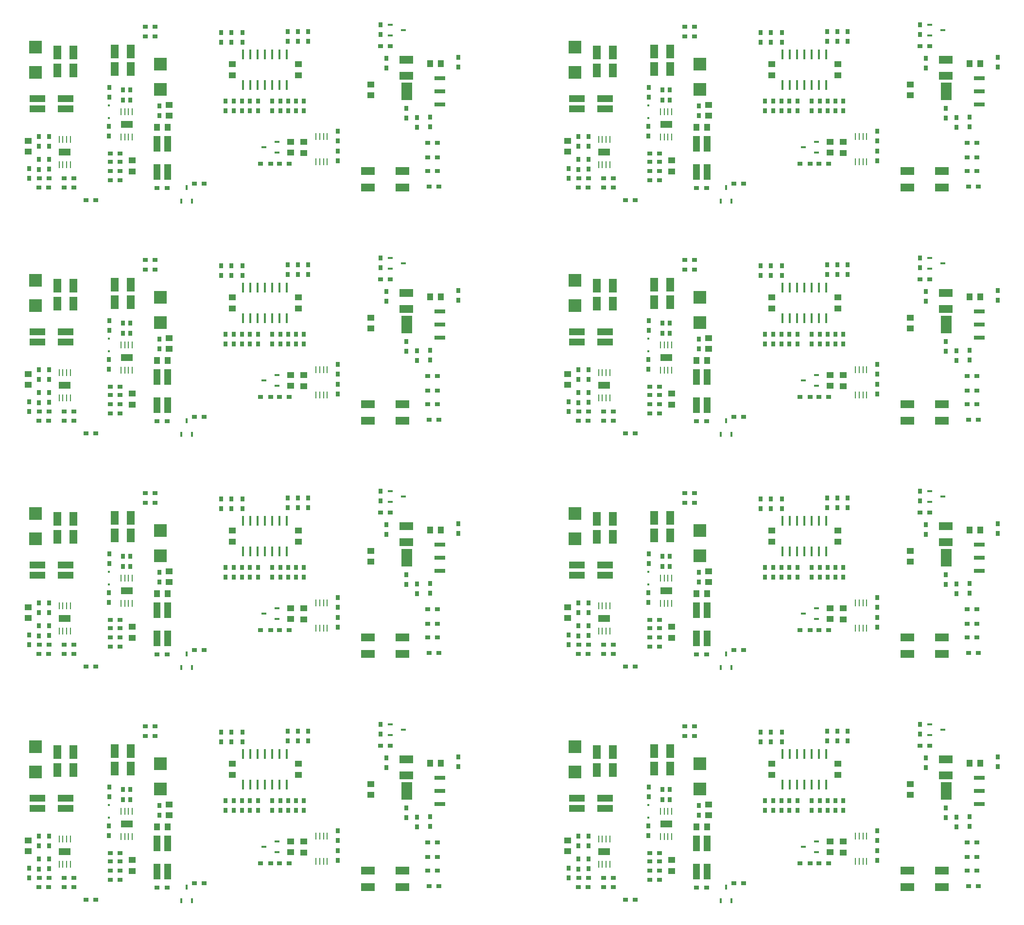
<source format=gbr>
G04 DipTrace 2.4.0.2*
%INTopPaste.gbr*%
%MOIN*%
%ADD50R,0.0156X0.0707*%
%ADD52R,0.0766X0.1199*%
%ADD54R,0.0766X0.0294*%
%ADD56R,0.0786X0.051*%
%ADD58R,0.0077X0.0471*%
%ADD60R,0.0471X0.1101*%
%ADD62R,0.1101X0.0471*%
%ADD64R,0.0176X0.0333*%
%ADD66R,0.0333X0.0176*%
%ADD72R,0.0156X0.0156*%
%ADD74R,0.0865X0.0865*%
%ADD76R,0.0983X0.055*%
%ADD78R,0.0431X0.051*%
%ADD80R,0.0353X0.0313*%
%ADD82R,0.055X0.0983*%
%ADD84R,0.0313X0.0353*%
%ADD86R,0.051X0.0431*%
%FSLAX44Y44*%
G04*
G70*
G90*
G75*
G01*
%LNTopPaste*%
%LPD*%
D86*
X5441Y10066D3*
Y9318D3*
D84*
X6879Y10378D3*
Y9709D3*
D82*
X7441Y14879D3*
X8543D3*
X7441Y16129D3*
X8543D3*
D80*
X8566Y6878D3*
X7897D3*
D84*
X6191Y8110D3*
Y8779D3*
X6878Y8128D3*
Y8797D3*
D86*
X12589Y8714D3*
Y7966D3*
D84*
X11940Y12878D3*
Y13547D3*
D78*
X15015Y10987D3*
X14267D3*
D82*
X11379Y15004D3*
X12481D3*
X11379Y16191D3*
X12481D3*
D86*
X15108Y11783D3*
Y12531D3*
D80*
X11065Y7378D3*
X11734D3*
X11754Y9191D3*
X11085D3*
D78*
X33752Y15378D3*
X33004D3*
D76*
X31378Y14513D3*
Y15615D3*
D84*
X32128Y11672D3*
Y11003D3*
X19538Y12129D3*
Y12798D3*
D86*
X24330Y9235D3*
Y9983D3*
X23432Y9251D3*
Y9999D3*
D84*
X23809Y12129D3*
Y12798D3*
X19380Y16817D3*
Y17486D3*
X23943Y16897D3*
Y17567D3*
D86*
X19447Y14566D3*
Y15314D3*
X23993Y14566D3*
Y15314D3*
X28940Y13190D3*
Y13938D3*
D76*
X28753Y6878D3*
Y7980D3*
X31128Y6878D3*
Y7980D3*
D74*
X5941Y16504D3*
Y14772D3*
X14515Y15338D3*
Y13606D3*
D72*
X10976Y12511D3*
Y11645D3*
D66*
X30279Y18035D3*
Y17287D3*
X31184Y17661D3*
D64*
X15940Y5940D3*
X16688D3*
X16314Y6846D3*
D80*
X8566Y7503D3*
X7897D3*
X6191Y6860D3*
X6860D3*
X6879Y7485D3*
X6209D3*
D84*
X6191Y9691D3*
Y10360D3*
X12449Y13547D3*
Y12878D3*
X10980Y11058D3*
Y10389D3*
D80*
X11065Y8628D3*
X11734D3*
D84*
X31378Y11628D3*
Y12297D3*
X33003Y11021D3*
Y11690D3*
X29609Y18035D3*
Y17365D3*
D80*
Y16578D3*
X30279D3*
D84*
X34940Y15128D3*
Y15797D3*
D80*
X22065Y8503D3*
X21396D3*
X22690D3*
X23359D3*
D84*
X26693Y10066D3*
Y10735D3*
Y8691D3*
Y9360D3*
X20636Y12129D3*
Y12798D3*
X20101Y12129D3*
Y12798D3*
X18976Y12804D3*
Y12135D3*
X22736Y12129D3*
Y12798D3*
X23278Y12129D3*
Y12798D3*
X24348Y12808D3*
Y12139D3*
X20130Y17504D3*
Y16835D3*
X18692Y16817D3*
Y17486D3*
X23255Y17548D3*
Y16879D3*
X24630D3*
Y17548D3*
D80*
X17503Y7128D3*
X16833D3*
X32940Y6940D3*
X33609D3*
D84*
X21200Y12129D3*
Y12798D3*
X22192Y12129D3*
Y12798D3*
X11003Y13065D3*
Y13734D3*
X5503Y7503D3*
Y8172D3*
D80*
X11065Y8003D3*
X11734D3*
X33503D3*
X32833D3*
X33503Y8940D3*
X32833D3*
X33503Y9940D3*
X32833D3*
X10078Y6007D3*
X9409D3*
X14964Y6818D3*
X14294D3*
X14153Y17243D3*
X13483D3*
X13487Y17889D3*
X14157D3*
D84*
X29999Y15064D3*
Y15733D3*
X14431Y11794D3*
Y12463D3*
D62*
X8007Y12263D3*
Y12972D3*
X6078D3*
Y12263D3*
D60*
X15003Y9846D3*
X14294D3*
Y7917D3*
X15003D3*
D58*
X7566Y8441D3*
X7822D3*
X8078D3*
X8334D3*
Y10173D3*
X8078D3*
X7822D3*
X7566D3*
D56*
X7950Y9307D3*
D58*
X11817Y10316D3*
X12072D3*
X12328D3*
X12584D3*
Y12048D3*
X12328D3*
X12072D3*
X11817D3*
D56*
X12200Y11182D3*
D54*
X33690Y12565D3*
Y13471D3*
Y14376D3*
D52*
X31407Y13471D3*
D58*
X25193Y8628D3*
X25449D3*
X25705D3*
X25961D3*
Y10360D3*
X25705D3*
X25449D3*
X25193D3*
D66*
X22505Y9253D3*
Y10001D3*
X21600Y9627D3*
D50*
X20192Y13879D3*
X20692D3*
X21192D3*
X21692D3*
X22192D3*
X22692D3*
X23192D3*
Y16005D3*
X22692D3*
X22192D3*
X21692D3*
X21192D3*
X20692D3*
X20192D3*
D86*
X42441Y10066D3*
Y9318D3*
D84*
X43879Y10378D3*
Y9709D3*
D82*
X44441Y14879D3*
X45543D3*
X44441Y16129D3*
X45543D3*
D80*
X45566Y6878D3*
X44897D3*
D84*
X43191Y8110D3*
Y8779D3*
X43878Y8128D3*
Y8797D3*
D86*
X49589Y8714D3*
Y7966D3*
D84*
X48940Y12878D3*
Y13547D3*
D78*
X52015Y10987D3*
X51267D3*
D82*
X48379Y15004D3*
X49481D3*
X48379Y16191D3*
X49481D3*
D86*
X52108Y11783D3*
Y12531D3*
D80*
X48065Y7378D3*
X48734D3*
X48754Y9191D3*
X48085D3*
D78*
X70752Y15378D3*
X70004D3*
D76*
X68378Y14513D3*
Y15615D3*
D84*
X69128Y11672D3*
Y11003D3*
X56538Y12129D3*
Y12798D3*
D86*
X61330Y9235D3*
Y9983D3*
X60432Y9251D3*
Y9999D3*
D84*
X60809Y12129D3*
Y12798D3*
X56380Y16817D3*
Y17486D3*
X60943Y16897D3*
Y17567D3*
D86*
X56447Y14566D3*
Y15314D3*
X60993Y14566D3*
Y15314D3*
X65940Y13190D3*
Y13938D3*
D76*
X65753Y6878D3*
Y7980D3*
X68128Y6878D3*
Y7980D3*
D74*
X42941Y16504D3*
Y14772D3*
X51515Y15338D3*
Y13606D3*
D72*
X47976Y12511D3*
Y11645D3*
D66*
X67279Y18035D3*
Y17287D3*
X68184Y17661D3*
D64*
X52940Y5940D3*
X53688D3*
X53314Y6846D3*
D80*
X45566Y7503D3*
X44897D3*
X43191Y6860D3*
X43860D3*
X43879Y7485D3*
X43209D3*
D84*
X43191Y9691D3*
Y10360D3*
X49449Y13547D3*
Y12878D3*
X47980Y11058D3*
Y10389D3*
D80*
X48065Y8628D3*
X48734D3*
D84*
X68378Y11628D3*
Y12297D3*
X70003Y11021D3*
Y11690D3*
X66609Y18035D3*
Y17365D3*
D80*
Y16578D3*
X67279D3*
D84*
X71940Y15128D3*
Y15797D3*
D80*
X59065Y8503D3*
X58396D3*
X59690D3*
X60359D3*
D84*
X63693Y10066D3*
Y10735D3*
Y8691D3*
Y9360D3*
X57636Y12129D3*
Y12798D3*
X57101Y12129D3*
Y12798D3*
X55976Y12804D3*
Y12135D3*
X59736Y12129D3*
Y12798D3*
X60278Y12129D3*
Y12798D3*
X61348Y12808D3*
Y12139D3*
X57130Y17504D3*
Y16835D3*
X55692Y16817D3*
Y17486D3*
X60255Y17548D3*
Y16879D3*
X61630D3*
Y17548D3*
D80*
X54503Y7128D3*
X53833D3*
X69940Y6940D3*
X70609D3*
D84*
X58200Y12129D3*
Y12798D3*
X59192Y12129D3*
Y12798D3*
X48003Y13065D3*
Y13734D3*
X42503Y7503D3*
Y8172D3*
D80*
X48065Y8003D3*
X48734D3*
X70503D3*
X69833D3*
X70503Y8940D3*
X69833D3*
X70503Y9940D3*
X69833D3*
X47078Y6007D3*
X46409D3*
X51964Y6818D3*
X51294D3*
X51153Y17243D3*
X50483D3*
X50487Y17889D3*
X51157D3*
D84*
X66999Y15064D3*
Y15733D3*
X51431Y11794D3*
Y12463D3*
D62*
X45007Y12263D3*
Y12972D3*
X43078D3*
Y12263D3*
D60*
X52003Y9846D3*
X51294D3*
Y7917D3*
X52003D3*
D58*
X44566Y8441D3*
X44822D3*
X45078D3*
X45334D3*
Y10173D3*
X45078D3*
X44822D3*
X44566D3*
D56*
X44950Y9307D3*
D58*
X48817Y10316D3*
X49072D3*
X49328D3*
X49584D3*
Y12048D3*
X49328D3*
X49072D3*
X48817D3*
D56*
X49200Y11182D3*
D54*
X70690Y12565D3*
Y13471D3*
Y14376D3*
D52*
X68407Y13471D3*
D58*
X62193Y8628D3*
X62449D3*
X62705D3*
X62961D3*
Y10360D3*
X62705D3*
X62449D3*
X62193D3*
D66*
X59505Y9253D3*
Y10001D3*
X58600Y9627D3*
D50*
X57192Y13879D3*
X57692D3*
X58192D3*
X58692D3*
X59192D3*
X59692D3*
X60192D3*
Y16005D3*
X59692D3*
X59192D3*
X58692D3*
X58192D3*
X57692D3*
X57192D3*
D86*
X5441Y26066D3*
Y25318D3*
D84*
X6879Y26378D3*
Y25709D3*
D82*
X7441Y30879D3*
X8543D3*
X7441Y32129D3*
X8543D3*
D80*
X8566Y22878D3*
X7897D3*
D84*
X6191Y24110D3*
Y24779D3*
X6878Y24128D3*
Y24797D3*
D86*
X12589Y24714D3*
Y23966D3*
D84*
X11940Y28878D3*
Y29547D3*
D78*
X15015Y26987D3*
X14267D3*
D82*
X11379Y31004D3*
X12481D3*
X11379Y32191D3*
X12481D3*
D86*
X15108Y27783D3*
Y28531D3*
D80*
X11065Y23378D3*
X11734D3*
X11754Y25191D3*
X11085D3*
D78*
X33752Y31378D3*
X33004D3*
D76*
X31378Y30513D3*
Y31615D3*
D84*
X32128Y27672D3*
Y27003D3*
X19538Y28129D3*
Y28798D3*
D86*
X24330Y25235D3*
Y25983D3*
X23432Y25251D3*
Y25999D3*
D84*
X23809Y28129D3*
Y28798D3*
X19380Y32817D3*
Y33486D3*
X23943Y32897D3*
Y33567D3*
D86*
X19447Y30566D3*
Y31314D3*
X23993Y30566D3*
Y31314D3*
X28940Y29190D3*
Y29938D3*
D76*
X28753Y22878D3*
Y23980D3*
X31128Y22878D3*
Y23980D3*
D74*
X5941Y32504D3*
Y30772D3*
X14515Y31338D3*
Y29606D3*
D72*
X10976Y28511D3*
Y27645D3*
D66*
X30279Y34035D3*
Y33287D3*
X31184Y33661D3*
D64*
X15940Y21940D3*
X16688D3*
X16314Y22846D3*
D80*
X8566Y23503D3*
X7897D3*
X6191Y22860D3*
X6860D3*
X6879Y23485D3*
X6209D3*
D84*
X6191Y25691D3*
Y26360D3*
X12449Y29547D3*
Y28878D3*
X10980Y27058D3*
Y26389D3*
D80*
X11065Y24628D3*
X11734D3*
D84*
X31378Y27628D3*
Y28297D3*
X33003Y27021D3*
Y27690D3*
X29609Y34035D3*
Y33365D3*
D80*
Y32578D3*
X30279D3*
D84*
X34940Y31128D3*
Y31797D3*
D80*
X22065Y24503D3*
X21396D3*
X22690D3*
X23359D3*
D84*
X26693Y26066D3*
Y26735D3*
Y24691D3*
Y25360D3*
X20636Y28129D3*
Y28798D3*
X20101Y28129D3*
Y28798D3*
X18976Y28804D3*
Y28135D3*
X22736Y28129D3*
Y28798D3*
X23278Y28129D3*
Y28798D3*
X24348Y28808D3*
Y28139D3*
X20130Y33504D3*
Y32835D3*
X18692Y32817D3*
Y33486D3*
X23255Y33548D3*
Y32879D3*
X24630D3*
Y33548D3*
D80*
X17503Y23128D3*
X16833D3*
X32940Y22940D3*
X33609D3*
D84*
X21200Y28129D3*
Y28798D3*
X22192Y28129D3*
Y28798D3*
X11003Y29065D3*
Y29734D3*
X5503Y23503D3*
Y24172D3*
D80*
X11065Y24003D3*
X11734D3*
X33503D3*
X32833D3*
X33503Y24940D3*
X32833D3*
X33503Y25940D3*
X32833D3*
X10078Y22007D3*
X9409D3*
X14964Y22818D3*
X14294D3*
X14153Y33243D3*
X13483D3*
X13487Y33889D3*
X14157D3*
D84*
X29999Y31064D3*
Y31733D3*
X14431Y27794D3*
Y28463D3*
D62*
X8007Y28263D3*
Y28972D3*
X6078D3*
Y28263D3*
D60*
X15003Y25846D3*
X14294D3*
Y23917D3*
X15003D3*
D58*
X7566Y24441D3*
X7822D3*
X8078D3*
X8334D3*
Y26173D3*
X8078D3*
X7822D3*
X7566D3*
D56*
X7950Y25307D3*
D58*
X11817Y26316D3*
X12072D3*
X12328D3*
X12584D3*
Y28048D3*
X12328D3*
X12072D3*
X11817D3*
D56*
X12200Y27182D3*
D54*
X33690Y28565D3*
Y29471D3*
Y30376D3*
D52*
X31407Y29471D3*
D58*
X25193Y24628D3*
X25449D3*
X25705D3*
X25961D3*
Y26360D3*
X25705D3*
X25449D3*
X25193D3*
D66*
X22505Y25253D3*
Y26001D3*
X21600Y25627D3*
D50*
X20192Y29879D3*
X20692D3*
X21192D3*
X21692D3*
X22192D3*
X22692D3*
X23192D3*
Y32005D3*
X22692D3*
X22192D3*
X21692D3*
X21192D3*
X20692D3*
X20192D3*
D86*
X42441Y26066D3*
Y25318D3*
D84*
X43879Y26378D3*
Y25709D3*
D82*
X44441Y30879D3*
X45543D3*
X44441Y32129D3*
X45543D3*
D80*
X45566Y22878D3*
X44897D3*
D84*
X43191Y24110D3*
Y24779D3*
X43878Y24128D3*
Y24797D3*
D86*
X49589Y24714D3*
Y23966D3*
D84*
X48940Y28878D3*
Y29547D3*
D78*
X52015Y26987D3*
X51267D3*
D82*
X48379Y31004D3*
X49481D3*
X48379Y32191D3*
X49481D3*
D86*
X52108Y27783D3*
Y28531D3*
D80*
X48065Y23378D3*
X48734D3*
X48754Y25191D3*
X48085D3*
D78*
X70752Y31378D3*
X70004D3*
D76*
X68378Y30513D3*
Y31615D3*
D84*
X69128Y27672D3*
Y27003D3*
X56538Y28129D3*
Y28798D3*
D86*
X61330Y25235D3*
Y25983D3*
X60432Y25251D3*
Y25999D3*
D84*
X60809Y28129D3*
Y28798D3*
X56380Y32817D3*
Y33486D3*
X60943Y32897D3*
Y33567D3*
D86*
X56447Y30566D3*
Y31314D3*
X60993Y30566D3*
Y31314D3*
X65940Y29190D3*
Y29938D3*
D76*
X65753Y22878D3*
Y23980D3*
X68128Y22878D3*
Y23980D3*
D74*
X42941Y32504D3*
Y30772D3*
X51515Y31338D3*
Y29606D3*
D72*
X47976Y28511D3*
Y27645D3*
D66*
X67279Y34035D3*
Y33287D3*
X68184Y33661D3*
D64*
X52940Y21940D3*
X53688D3*
X53314Y22846D3*
D80*
X45566Y23503D3*
X44897D3*
X43191Y22860D3*
X43860D3*
X43879Y23485D3*
X43209D3*
D84*
X43191Y25691D3*
Y26360D3*
X49449Y29547D3*
Y28878D3*
X47980Y27058D3*
Y26389D3*
D80*
X48065Y24628D3*
X48734D3*
D84*
X68378Y27628D3*
Y28297D3*
X70003Y27021D3*
Y27690D3*
X66609Y34035D3*
Y33365D3*
D80*
Y32578D3*
X67279D3*
D84*
X71940Y31128D3*
Y31797D3*
D80*
X59065Y24503D3*
X58396D3*
X59690D3*
X60359D3*
D84*
X63693Y26066D3*
Y26735D3*
Y24691D3*
Y25360D3*
X57636Y28129D3*
Y28798D3*
X57101Y28129D3*
Y28798D3*
X55976Y28804D3*
Y28135D3*
X59736Y28129D3*
Y28798D3*
X60278Y28129D3*
Y28798D3*
X61348Y28808D3*
Y28139D3*
X57130Y33504D3*
Y32835D3*
X55692Y32817D3*
Y33486D3*
X60255Y33548D3*
Y32879D3*
X61630D3*
Y33548D3*
D80*
X54503Y23128D3*
X53833D3*
X69940Y22940D3*
X70609D3*
D84*
X58200Y28129D3*
Y28798D3*
X59192Y28129D3*
Y28798D3*
X48003Y29065D3*
Y29734D3*
X42503Y23503D3*
Y24172D3*
D80*
X48065Y24003D3*
X48734D3*
X70503D3*
X69833D3*
X70503Y24940D3*
X69833D3*
X70503Y25940D3*
X69833D3*
X47078Y22007D3*
X46409D3*
X51964Y22818D3*
X51294D3*
X51153Y33243D3*
X50483D3*
X50487Y33889D3*
X51157D3*
D84*
X66999Y31064D3*
Y31733D3*
X51431Y27794D3*
Y28463D3*
D62*
X45007Y28263D3*
Y28972D3*
X43078D3*
Y28263D3*
D60*
X52003Y25846D3*
X51294D3*
Y23917D3*
X52003D3*
D58*
X44566Y24441D3*
X44822D3*
X45078D3*
X45334D3*
Y26173D3*
X45078D3*
X44822D3*
X44566D3*
D56*
X44950Y25307D3*
D58*
X48817Y26316D3*
X49072D3*
X49328D3*
X49584D3*
Y28048D3*
X49328D3*
X49072D3*
X48817D3*
D56*
X49200Y27182D3*
D54*
X70690Y28565D3*
Y29471D3*
Y30376D3*
D52*
X68407Y29471D3*
D58*
X62193Y24628D3*
X62449D3*
X62705D3*
X62961D3*
Y26360D3*
X62705D3*
X62449D3*
X62193D3*
D66*
X59505Y25253D3*
Y26001D3*
X58600Y25627D3*
D50*
X57192Y29879D3*
X57692D3*
X58192D3*
X58692D3*
X59192D3*
X59692D3*
X60192D3*
Y32005D3*
X59692D3*
X59192D3*
X58692D3*
X58192D3*
X57692D3*
X57192D3*
D86*
X5441Y42066D3*
Y41318D3*
D84*
X6879Y42378D3*
Y41709D3*
D82*
X7441Y46879D3*
X8543D3*
X7441Y48129D3*
X8543D3*
D80*
X8566Y38878D3*
X7897D3*
D84*
X6191Y40110D3*
Y40779D3*
X6878Y40128D3*
Y40797D3*
D86*
X12589Y40714D3*
Y39966D3*
D84*
X11940Y44878D3*
Y45547D3*
D78*
X15015Y42987D3*
X14267D3*
D82*
X11379Y47004D3*
X12481D3*
X11379Y48191D3*
X12481D3*
D86*
X15108Y43783D3*
Y44531D3*
D80*
X11065Y39378D3*
X11734D3*
X11754Y41191D3*
X11085D3*
D78*
X33752Y47378D3*
X33004D3*
D76*
X31378Y46513D3*
Y47615D3*
D84*
X32128Y43672D3*
Y43003D3*
X19538Y44129D3*
Y44798D3*
D86*
X24330Y41235D3*
Y41983D3*
X23432Y41251D3*
Y41999D3*
D84*
X23809Y44129D3*
Y44798D3*
X19380Y48817D3*
Y49486D3*
X23943Y48897D3*
Y49567D3*
D86*
X19447Y46566D3*
Y47314D3*
X23993Y46566D3*
Y47314D3*
X28940Y45190D3*
Y45938D3*
D76*
X28753Y38878D3*
Y39980D3*
X31128Y38878D3*
Y39980D3*
D74*
X5941Y48504D3*
Y46772D3*
X14515Y47338D3*
Y45606D3*
D72*
X10976Y44511D3*
Y43645D3*
D66*
X30279Y50035D3*
Y49287D3*
X31184Y49661D3*
D64*
X15940Y37940D3*
X16688D3*
X16314Y38846D3*
D80*
X8566Y39503D3*
X7897D3*
X6191Y38860D3*
X6860D3*
X6879Y39485D3*
X6209D3*
D84*
X6191Y41691D3*
Y42360D3*
X12449Y45547D3*
Y44878D3*
X10980Y43058D3*
Y42389D3*
D80*
X11065Y40628D3*
X11734D3*
D84*
X31378Y43628D3*
Y44297D3*
X33003Y43021D3*
Y43690D3*
X29609Y50035D3*
Y49365D3*
D80*
Y48578D3*
X30279D3*
D84*
X34940Y47128D3*
Y47797D3*
D80*
X22065Y40503D3*
X21396D3*
X22690D3*
X23359D3*
D84*
X26693Y42066D3*
Y42735D3*
Y40691D3*
Y41360D3*
X20636Y44129D3*
Y44798D3*
X20101Y44129D3*
Y44798D3*
X18976Y44804D3*
Y44135D3*
X22736Y44129D3*
Y44798D3*
X23278Y44129D3*
Y44798D3*
X24348Y44808D3*
Y44139D3*
X20130Y49504D3*
Y48835D3*
X18692Y48817D3*
Y49486D3*
X23255Y49548D3*
Y48879D3*
X24630D3*
Y49548D3*
D80*
X17503Y39128D3*
X16833D3*
X32940Y38940D3*
X33609D3*
D84*
X21200Y44129D3*
Y44798D3*
X22192Y44129D3*
Y44798D3*
X11003Y45065D3*
Y45734D3*
X5503Y39503D3*
Y40172D3*
D80*
X11065Y40003D3*
X11734D3*
X33503D3*
X32833D3*
X33503Y40940D3*
X32833D3*
X33503Y41940D3*
X32833D3*
X10078Y38007D3*
X9409D3*
X14964Y38818D3*
X14294D3*
X14153Y49243D3*
X13483D3*
X13487Y49889D3*
X14157D3*
D84*
X29999Y47064D3*
Y47733D3*
X14431Y43794D3*
Y44463D3*
D62*
X8007Y44263D3*
Y44972D3*
X6078D3*
Y44263D3*
D60*
X15003Y41846D3*
X14294D3*
Y39917D3*
X15003D3*
D58*
X7566Y40441D3*
X7822D3*
X8078D3*
X8334D3*
Y42173D3*
X8078D3*
X7822D3*
X7566D3*
D56*
X7950Y41307D3*
D58*
X11817Y42316D3*
X12072D3*
X12328D3*
X12584D3*
Y44048D3*
X12328D3*
X12072D3*
X11817D3*
D56*
X12200Y43182D3*
D54*
X33690Y44565D3*
Y45471D3*
Y46376D3*
D52*
X31407Y45471D3*
D58*
X25193Y40628D3*
X25449D3*
X25705D3*
X25961D3*
Y42360D3*
X25705D3*
X25449D3*
X25193D3*
D66*
X22505Y41253D3*
Y42001D3*
X21600Y41627D3*
D50*
X20192Y45879D3*
X20692D3*
X21192D3*
X21692D3*
X22192D3*
X22692D3*
X23192D3*
Y48005D3*
X22692D3*
X22192D3*
X21692D3*
X21192D3*
X20692D3*
X20192D3*
D86*
X42441Y42066D3*
Y41318D3*
D84*
X43879Y42378D3*
Y41709D3*
D82*
X44441Y46879D3*
X45543D3*
X44441Y48129D3*
X45543D3*
D80*
X45566Y38878D3*
X44897D3*
D84*
X43191Y40110D3*
Y40779D3*
X43878Y40128D3*
Y40797D3*
D86*
X49589Y40714D3*
Y39966D3*
D84*
X48940Y44878D3*
Y45547D3*
D78*
X52015Y42987D3*
X51267D3*
D82*
X48379Y47004D3*
X49481D3*
X48379Y48191D3*
X49481D3*
D86*
X52108Y43783D3*
Y44531D3*
D80*
X48065Y39378D3*
X48734D3*
X48754Y41191D3*
X48085D3*
D78*
X70752Y47378D3*
X70004D3*
D76*
X68378Y46513D3*
Y47615D3*
D84*
X69128Y43672D3*
Y43003D3*
X56538Y44129D3*
Y44798D3*
D86*
X61330Y41235D3*
Y41983D3*
X60432Y41251D3*
Y41999D3*
D84*
X60809Y44129D3*
Y44798D3*
X56380Y48817D3*
Y49486D3*
X60943Y48897D3*
Y49567D3*
D86*
X56447Y46566D3*
Y47314D3*
X60993Y46566D3*
Y47314D3*
X65940Y45190D3*
Y45938D3*
D76*
X65753Y38878D3*
Y39980D3*
X68128Y38878D3*
Y39980D3*
D74*
X42941Y48504D3*
Y46772D3*
X51515Y47338D3*
Y45606D3*
D72*
X47976Y44511D3*
Y43645D3*
D66*
X67279Y50035D3*
Y49287D3*
X68184Y49661D3*
D64*
X52940Y37940D3*
X53688D3*
X53314Y38846D3*
D80*
X45566Y39503D3*
X44897D3*
X43191Y38860D3*
X43860D3*
X43879Y39485D3*
X43209D3*
D84*
X43191Y41691D3*
Y42360D3*
X49449Y45547D3*
Y44878D3*
X47980Y43058D3*
Y42389D3*
D80*
X48065Y40628D3*
X48734D3*
D84*
X68378Y43628D3*
Y44297D3*
X70003Y43021D3*
Y43690D3*
X66609Y50035D3*
Y49365D3*
D80*
Y48578D3*
X67279D3*
D84*
X71940Y47128D3*
Y47797D3*
D80*
X59065Y40503D3*
X58396D3*
X59690D3*
X60359D3*
D84*
X63693Y42066D3*
Y42735D3*
Y40691D3*
Y41360D3*
X57636Y44129D3*
Y44798D3*
X57101Y44129D3*
Y44798D3*
X55976Y44804D3*
Y44135D3*
X59736Y44129D3*
Y44798D3*
X60278Y44129D3*
Y44798D3*
X61348Y44808D3*
Y44139D3*
X57130Y49504D3*
Y48835D3*
X55692Y48817D3*
Y49486D3*
X60255Y49548D3*
Y48879D3*
X61630D3*
Y49548D3*
D80*
X54503Y39128D3*
X53833D3*
X69940Y38940D3*
X70609D3*
D84*
X58200Y44129D3*
Y44798D3*
X59192Y44129D3*
Y44798D3*
X48003Y45065D3*
Y45734D3*
X42503Y39503D3*
Y40172D3*
D80*
X48065Y40003D3*
X48734D3*
X70503D3*
X69833D3*
X70503Y40940D3*
X69833D3*
X70503Y41940D3*
X69833D3*
X47078Y38007D3*
X46409D3*
X51964Y38818D3*
X51294D3*
X51153Y49243D3*
X50483D3*
X50487Y49889D3*
X51157D3*
D84*
X66999Y47064D3*
Y47733D3*
X51431Y43794D3*
Y44463D3*
D62*
X45007Y44263D3*
Y44972D3*
X43078D3*
Y44263D3*
D60*
X52003Y41846D3*
X51294D3*
Y39917D3*
X52003D3*
D58*
X44566Y40441D3*
X44822D3*
X45078D3*
X45334D3*
Y42173D3*
X45078D3*
X44822D3*
X44566D3*
D56*
X44950Y41307D3*
D58*
X48817Y42316D3*
X49072D3*
X49328D3*
X49584D3*
Y44048D3*
X49328D3*
X49072D3*
X48817D3*
D56*
X49200Y43182D3*
D54*
X70690Y44565D3*
Y45471D3*
Y46376D3*
D52*
X68407Y45471D3*
D58*
X62193Y40628D3*
X62449D3*
X62705D3*
X62961D3*
Y42360D3*
X62705D3*
X62449D3*
X62193D3*
D66*
X59505Y41253D3*
Y42001D3*
X58600Y41627D3*
D50*
X57192Y45879D3*
X57692D3*
X58192D3*
X58692D3*
X59192D3*
X59692D3*
X60192D3*
Y48005D3*
X59692D3*
X59192D3*
X58692D3*
X58192D3*
X57692D3*
X57192D3*
D86*
X5441Y58066D3*
Y57318D3*
D84*
X6879Y58378D3*
Y57709D3*
D82*
X7441Y62879D3*
X8543D3*
X7441Y64129D3*
X8543D3*
D80*
X8566Y54878D3*
X7897D3*
D84*
X6191Y56110D3*
Y56779D3*
X6878Y56128D3*
Y56797D3*
D86*
X12589Y56714D3*
Y55966D3*
D84*
X11940Y60878D3*
Y61547D3*
D78*
X15015Y58987D3*
X14267D3*
D82*
X11379Y63004D3*
X12481D3*
X11379Y64191D3*
X12481D3*
D86*
X15108Y59783D3*
Y60531D3*
D80*
X11065Y55378D3*
X11734D3*
X11754Y57191D3*
X11085D3*
D78*
X33752Y63378D3*
X33004D3*
D76*
X31378Y62513D3*
Y63615D3*
D84*
X32128Y59672D3*
Y59003D3*
X19538Y60129D3*
Y60798D3*
D86*
X24330Y57235D3*
Y57983D3*
X23432Y57251D3*
Y57999D3*
D84*
X23809Y60129D3*
Y60798D3*
X19380Y64817D3*
Y65486D3*
X23943Y64897D3*
Y65567D3*
D86*
X19447Y62566D3*
Y63314D3*
X23993Y62566D3*
Y63314D3*
X28940Y61190D3*
Y61938D3*
D76*
X28753Y54878D3*
Y55980D3*
X31128Y54878D3*
Y55980D3*
D74*
X5941Y64504D3*
Y62772D3*
X14515Y63338D3*
Y61606D3*
D72*
X10976Y60511D3*
Y59645D3*
D66*
X30279Y66035D3*
Y65287D3*
X31184Y65661D3*
D64*
X15940Y53940D3*
X16688D3*
X16314Y54846D3*
D80*
X8566Y55503D3*
X7897D3*
X6191Y54860D3*
X6860D3*
X6879Y55485D3*
X6209D3*
D84*
X6191Y57691D3*
Y58360D3*
X12449Y61547D3*
Y60878D3*
X10980Y59058D3*
Y58389D3*
D80*
X11065Y56628D3*
X11734D3*
D84*
X31378Y59628D3*
Y60297D3*
X33003Y59021D3*
Y59690D3*
X29609Y66035D3*
Y65365D3*
D80*
Y64578D3*
X30279D3*
D84*
X34940Y63128D3*
Y63797D3*
D80*
X22065Y56503D3*
X21396D3*
X22690D3*
X23359D3*
D84*
X26693Y58066D3*
Y58735D3*
Y56691D3*
Y57360D3*
X20636Y60129D3*
Y60798D3*
X20101Y60129D3*
Y60798D3*
X18976Y60804D3*
Y60135D3*
X22736Y60129D3*
Y60798D3*
X23278Y60129D3*
Y60798D3*
X24348Y60808D3*
Y60139D3*
X20130Y65504D3*
Y64835D3*
X18692Y64817D3*
Y65486D3*
X23255Y65548D3*
Y64879D3*
X24630D3*
Y65548D3*
D80*
X17503Y55128D3*
X16833D3*
X32940Y54940D3*
X33609D3*
D84*
X21200Y60129D3*
Y60798D3*
X22192Y60129D3*
Y60798D3*
X11003Y61065D3*
Y61734D3*
X5503Y55503D3*
Y56172D3*
D80*
X11065Y56003D3*
X11734D3*
X33503D3*
X32833D3*
X33503Y56940D3*
X32833D3*
X33503Y57940D3*
X32833D3*
X10078Y54007D3*
X9409D3*
X14964Y54818D3*
X14294D3*
X14153Y65243D3*
X13483D3*
X13487Y65889D3*
X14157D3*
D84*
X29999Y63064D3*
Y63733D3*
X14431Y59794D3*
Y60463D3*
D62*
X8007Y60263D3*
Y60972D3*
X6078D3*
Y60263D3*
D60*
X15003Y57846D3*
X14294D3*
Y55917D3*
X15003D3*
D58*
X7566Y56441D3*
X7822D3*
X8078D3*
X8334D3*
Y58173D3*
X8078D3*
X7822D3*
X7566D3*
D56*
X7950Y57307D3*
D58*
X11817Y58316D3*
X12072D3*
X12328D3*
X12584D3*
Y60048D3*
X12328D3*
X12072D3*
X11817D3*
D56*
X12200Y59182D3*
D54*
X33690Y60565D3*
Y61471D3*
Y62376D3*
D52*
X31407Y61471D3*
D58*
X25193Y56628D3*
X25449D3*
X25705D3*
X25961D3*
Y58360D3*
X25705D3*
X25449D3*
X25193D3*
D66*
X22505Y57253D3*
Y58001D3*
X21600Y57627D3*
D50*
X20192Y61879D3*
X20692D3*
X21192D3*
X21692D3*
X22192D3*
X22692D3*
X23192D3*
Y64005D3*
X22692D3*
X22192D3*
X21692D3*
X21192D3*
X20692D3*
X20192D3*
D86*
X42441Y58066D3*
Y57318D3*
D84*
X43879Y58378D3*
Y57709D3*
D82*
X44441Y62879D3*
X45543D3*
X44441Y64129D3*
X45543D3*
D80*
X45566Y54878D3*
X44897D3*
D84*
X43191Y56110D3*
Y56779D3*
X43878Y56128D3*
Y56797D3*
D86*
X49589Y56714D3*
Y55966D3*
D84*
X48940Y60878D3*
Y61547D3*
D78*
X52015Y58987D3*
X51267D3*
D82*
X48379Y63004D3*
X49481D3*
X48379Y64191D3*
X49481D3*
D86*
X52108Y59783D3*
Y60531D3*
D80*
X48065Y55378D3*
X48734D3*
X48754Y57191D3*
X48085D3*
D78*
X70752Y63378D3*
X70004D3*
D76*
X68378Y62513D3*
Y63615D3*
D84*
X69128Y59672D3*
Y59003D3*
X56538Y60129D3*
Y60798D3*
D86*
X61330Y57235D3*
Y57983D3*
X60432Y57251D3*
Y57999D3*
D84*
X60809Y60129D3*
Y60798D3*
X56380Y64817D3*
Y65486D3*
X60943Y64897D3*
Y65567D3*
D86*
X56447Y62566D3*
Y63314D3*
X60993Y62566D3*
Y63314D3*
X65940Y61190D3*
Y61938D3*
D76*
X65753Y54878D3*
Y55980D3*
X68128Y54878D3*
Y55980D3*
D74*
X42941Y64504D3*
Y62772D3*
X51515Y63338D3*
Y61606D3*
D72*
X47976Y60511D3*
Y59645D3*
D66*
X67279Y66035D3*
Y65287D3*
X68184Y65661D3*
D64*
X52940Y53940D3*
X53688D3*
X53314Y54846D3*
D80*
X45566Y55503D3*
X44897D3*
X43191Y54860D3*
X43860D3*
X43879Y55485D3*
X43209D3*
D84*
X43191Y57691D3*
Y58360D3*
X49449Y61547D3*
Y60878D3*
X47980Y59058D3*
Y58389D3*
D80*
X48065Y56628D3*
X48734D3*
D84*
X68378Y59628D3*
Y60297D3*
X70003Y59021D3*
Y59690D3*
X66609Y66035D3*
Y65365D3*
D80*
Y64578D3*
X67279D3*
D84*
X71940Y63128D3*
Y63797D3*
D80*
X59065Y56503D3*
X58396D3*
X59690D3*
X60359D3*
D84*
X63693Y58066D3*
Y58735D3*
Y56691D3*
Y57360D3*
X57636Y60129D3*
Y60798D3*
X57101Y60129D3*
Y60798D3*
X55976Y60804D3*
Y60135D3*
X59736Y60129D3*
Y60798D3*
X60278Y60129D3*
Y60798D3*
X61348Y60808D3*
Y60139D3*
X57130Y65504D3*
Y64835D3*
X55692Y64817D3*
Y65486D3*
X60255Y65548D3*
Y64879D3*
X61630D3*
Y65548D3*
D80*
X54503Y55128D3*
X53833D3*
X69940Y54940D3*
X70609D3*
D84*
X58200Y60129D3*
Y60798D3*
X59192Y60129D3*
Y60798D3*
X48003Y61065D3*
Y61734D3*
X42503Y55503D3*
Y56172D3*
D80*
X48065Y56003D3*
X48734D3*
X70503D3*
X69833D3*
X70503Y56940D3*
X69833D3*
X70503Y57940D3*
X69833D3*
X47078Y54007D3*
X46409D3*
X51964Y54818D3*
X51294D3*
X51153Y65243D3*
X50483D3*
X50487Y65889D3*
X51157D3*
D84*
X66999Y63064D3*
Y63733D3*
X51431Y59794D3*
Y60463D3*
D62*
X45007Y60263D3*
Y60972D3*
X43078D3*
Y60263D3*
D60*
X52003Y57846D3*
X51294D3*
Y55917D3*
X52003D3*
D58*
X44566Y56441D3*
X44822D3*
X45078D3*
X45334D3*
Y58173D3*
X45078D3*
X44822D3*
X44566D3*
D56*
X44950Y57307D3*
D58*
X48817Y58316D3*
X49072D3*
X49328D3*
X49584D3*
Y60048D3*
X49328D3*
X49072D3*
X48817D3*
D56*
X49200Y59182D3*
D54*
X70690Y60565D3*
Y61471D3*
Y62376D3*
D52*
X68407Y61471D3*
D58*
X62193Y56628D3*
X62449D3*
X62705D3*
X62961D3*
Y58360D3*
X62705D3*
X62449D3*
X62193D3*
D66*
X59505Y57253D3*
Y58001D3*
X58600Y57627D3*
D50*
X57192Y61879D3*
X57692D3*
X58192D3*
X58692D3*
X59192D3*
X59692D3*
X60192D3*
Y64005D3*
X59692D3*
X59192D3*
X58692D3*
X58192D3*
X57692D3*
X57192D3*
M02*

</source>
